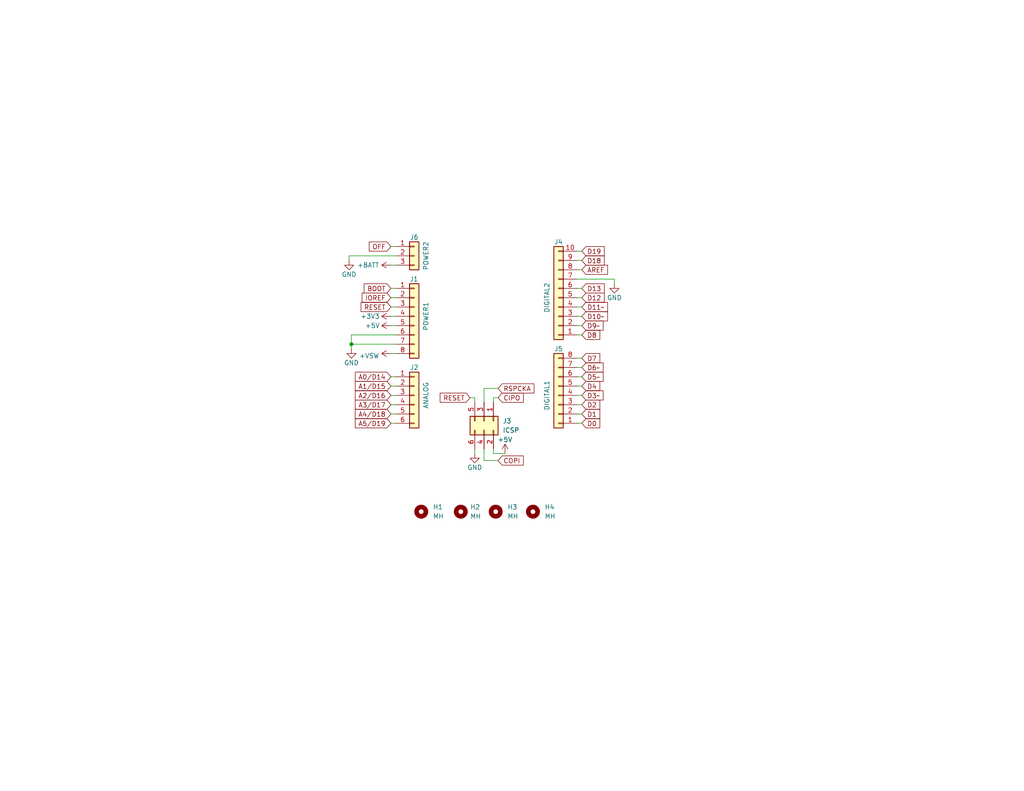
<source format=kicad_sch>
(kicad_sch (version 20230121) (generator eeschema)
  (paper "USLetter")
  (title_block (title "Arduino UNO R4 Shield Template") (date "2023-08-26") (rev "1A") (company "miekush"))
  (lib_symbols
    (symbol "Connector_Generic:Conn_01x03" (pin_names (offset 1.016) hide)
      (property "Reference" "J" (at 0 5.08 0))
      (property "Value" "Conn_01x03" (at 0 -5.08 0))
      (symbol "Conn_01x03_1_1"
        (rectangle (start -1.27 -2.413) (end 0 -2.667) (stroke (width 0.1524)))
        (rectangle (start -1.27 0.127) (end 0 -0.127) (stroke (width 0.1524)))
        (rectangle (start -1.27 2.667) (end 0 2.413) (stroke (width 0.1524)))
        (rectangle (start -1.27 3.81) (end 1.27 -3.81) (stroke (width 0.254)) (fill (type background)))
        (pin passive line (at -5.08 2.54 0) (length 3.81) (name "Pin_1") (number "1"))
        (pin passive line (at -5.08 0 0) (length 3.81) (name "Pin_2") (number "2"))
        (pin passive line (at -5.08 -2.54 0) (length 3.81) (name "Pin_3") (number "3"))
      )
    )
    (symbol "Connector_Generic:Conn_01x06" (pin_names (offset 1.016) hide)
      (property "Reference" "J" (at 0 7.62 0))
      (property "Value" "Conn_01x06" (at 0 -10.16 0))
      (symbol "Conn_01x06_1_1"
        (rectangle (start -1.27 -7.493) (end 0 -7.747) (stroke (width 0.1524)))
        (rectangle (start -1.27 -4.953) (end 0 -5.207) (stroke (width 0.1524)))
        (rectangle (start -1.27 -2.413) (end 0 -2.667) (stroke (width 0.1524)))
        (rectangle (start -1.27 0.127) (end 0 -0.127) (stroke (width 0.1524)))
        (rectangle (start -1.27 2.667) (end 0 2.413) (stroke (width 0.1524)))
        (rectangle (start -1.27 5.207) (end 0 4.953) (stroke (width 0.1524)))
        (rectangle (start -1.27 6.35) (end 1.27 -8.89) (stroke (width 0.254)) (fill (type background)))
        (pin passive line (at -5.08 5.08 0) (length 3.81) (name "Pin_1") (number "1"))
        (pin passive line (at -5.08 2.54 0) (length 3.81) (name "Pin_2") (number "2"))
        (pin passive line (at -5.08 0 0) (length 3.81) (name "Pin_3") (number "3"))
        (pin passive line (at -5.08 -2.54 0) (length 3.81) (name "Pin_4") (number "4"))
        (pin passive line (at -5.08 -5.08 0) (length 3.81) (name "Pin_5") (number "5"))
        (pin passive line (at -5.08 -7.62 0) (length 3.81) (name "Pin_6") (number "6"))
      )
    )
    (symbol "Connector_Generic:Conn_01x08" (pin_names (offset 1.016) hide)
      (property "Reference" "J" (at 0 10.16 0))
      (property "Value" "Conn_01x08" (at 0 -12.7 0))
      (symbol "Conn_01x08_1_1"
        (rectangle (start -1.27 -10.033) (end 0 -10.287) (stroke (width 0.1524)))
        (rectangle (start -1.27 -7.493) (end 0 -7.747) (stroke (width 0.1524)))
        (rectangle (start -1.27 -4.953) (end 0 -5.207) (stroke (width 0.1524)))
        (rectangle (start -1.27 -2.413) (end 0 -2.667) (stroke (width 0.1524)))
        (rectangle (start -1.27 0.127) (end 0 -0.127) (stroke (width 0.1524)))
        (rectangle (start -1.27 2.667) (end 0 2.413) (stroke (width 0.1524)))
        (rectangle (start -1.27 5.207) (end 0 4.953) (stroke (width 0.1524)))
        (rectangle (start -1.27 7.747) (end 0 7.493) (stroke (width 0.1524)))
        (rectangle (start -1.27 8.89) (end 1.27 -11.43) (stroke (width 0.254)) (fill (type background)))
        (pin passive line (at -5.08 7.62 0) (length 3.81) (name "Pin_1") (number "1"))
        (pin passive line (at -5.08 5.08 0) (length 3.81) (name "Pin_2") (number "2"))
        (pin passive line (at -5.08 2.54 0) (length 3.81) (name "Pin_3") (number "3"))
        (pin passive line (at -5.08 0 0) (length 3.81) (name "Pin_4") (number "4"))
        (pin passive line (at -5.08 -2.54 0) (length 3.81) (name "Pin_5") (number "5"))
        (pin passive line (at -5.08 -5.08 0) (length 3.81) (name "Pin_6") (number "6"))
        (pin passive line (at -5.08 -7.62 0) (length 3.81) (name "Pin_7") (number "7"))
        (pin passive line (at -5.08 -10.16 0) (length 3.81) (name "Pin_8") (number "8"))
      )
    )
    (symbol "Connector_Generic:Conn_01x10" (pin_names (offset 1.016) hide)
      (property "Reference" "J" (at 0 12.7 0))
      (property "Value" "Conn_01x10" (at 0 -15.24 0))
      (symbol "Conn_01x10_1_1"
        (rectangle (start -1.27 -12.573) (end 0 -12.827) (stroke (width 0.1524)))
        (rectangle (start -1.27 -10.033) (end 0 -10.287) (stroke (width 0.1524)))
        (rectangle (start -1.27 -7.493) (end 0 -7.747) (stroke (width 0.1524)))
        (rectangle (start -1.27 -4.953) (end 0 -5.207) (stroke (width 0.1524)))
        (rectangle (start -1.27 -2.413) (end 0 -2.667) (stroke (width 0.1524)))
        (rectangle (start -1.27 0.127) (end 0 -0.127) (stroke (width 0.1524)))
        (rectangle (start -1.27 2.667) (end 0 2.413) (stroke (width 0.1524)))
        (rectangle (start -1.27 5.207) (end 0 4.953) (stroke (width 0.1524)))
        (rectangle (start -1.27 7.747) (end 0 7.493) (stroke (width 0.1524)))
        (rectangle (start -1.27 10.287) (end 0 10.033) (stroke (width 0.1524)))
        (rectangle (start -1.27 11.43) (end 1.27 -13.97) (stroke (width 0.254)) (fill (type background)))
        (pin passive line (at -5.08 10.16 0) (length 3.81) (name "Pin_1") (number "1"))
        (pin passive line (at -5.08 -12.7 0) (length 3.81) (name "Pin_10") (number "10"))
        (pin passive line (at -5.08 7.62 0) (length 3.81) (name "Pin_2") (number "2"))
        (pin passive line (at -5.08 5.08 0) (length 3.81) (name "Pin_3") (number "3"))
        (pin passive line (at -5.08 2.54 0) (length 3.81) (name "Pin_4") (number "4"))
        (pin passive line (at -5.08 0 0) (length 3.81) (name "Pin_5") (number "5"))
        (pin passive line (at -5.08 -2.54 0) (length 3.81) (name "Pin_6") (number "6"))
        (pin passive line (at -5.08 -5.08 0) (length 3.81) (name "Pin_7") (number "7"))
        (pin passive line (at -5.08 -7.62 0) (length 3.81) (name "Pin_8") (number "8"))
        (pin passive line (at -5.08 -10.16 0) (length 3.81) (name "Pin_9") (number "9"))
      )
    )
    (symbol "Connector_Generic:Conn_02x03_Odd_Even" (pin_names (offset 1.016) hide)
      (property "Reference" "J" (at 1.27 5.08 0))
      (property "Value" "Conn_02x03_Odd_Even" (at 1.27 -5.08 0))
      (symbol "Conn_02x03_Odd_Even_1_1"
        (rectangle (start -1.27 -2.413) (end 0 -2.667) (stroke (width 0.1524)))
        (rectangle (start -1.27 0.127) (end 0 -0.127) (stroke (width 0.1524)))
        (rectangle (start -1.27 2.667) (end 0 2.413) (stroke (width 0.1524)))
        (rectangle (start -1.27 3.81) (end 3.81 -3.81) (stroke (width 0.254)) (fill (type background)))
        (rectangle (start 3.81 -2.413) (end 2.54 -2.667) (stroke (width 0.1524)))
        (rectangle (start 3.81 0.127) (end 2.54 -0.127) (stroke (width 0.1524)))
        (rectangle (start 3.81 2.667) (end 2.54 2.413) (stroke (width 0.1524)))
        (pin passive line (at -5.08 2.54 0) (length 3.81) (name "Pin_1") (number "1"))
        (pin passive line (at 7.62 2.54 180) (length 3.81) (name "Pin_2") (number "2"))
        (pin passive line (at -5.08 0 0) (length 3.81) (name "Pin_3") (number "3"))
        (pin passive line (at 7.62 0 180) (length 3.81) (name "Pin_4") (number "4"))
        (pin passive line (at -5.08 -2.54 0) (length 3.81) (name "Pin_5") (number "5"))
        (pin passive line (at 7.62 -2.54 180) (length 3.81) (name "Pin_6") (number "6"))
      )
    )
    (symbol "Mechanical:MountingHole" (pin_names (offset 1.016))
      (property "Reference" "H" (at 0 5.08 0))
      (property "Value" "MountingHole" (at 0 3.175 0))
      (symbol "MountingHole_0_1"
        (circle (center 0 0) (radius 1.27) (stroke (width 1.27)))
      )
    )
    (symbol "power:+3.3V" (power) (pin_names (offset 0))
      (property "Value" "+3.3V" (at 0 3.556 0))
      (symbol "+3.3V_0_1"
        (polyline (pts (xy -0.762 1.27) (xy 0 2.54)))
        (polyline (pts (xy 0 0) (xy 0 2.54)))
        (polyline (pts (xy 0 2.54) (xy 0.762 1.27)))
      )
      (symbol "+3.3V_1_1"
        (pin power_in line (at 0 0 90) (length 0) hide (name "+3V3") (number "1"))
      )
    )
    (symbol "power:+5V" (power) (pin_names (offset 0))
      (property "Value" "+5V" (at 0 3.556 0))
      (symbol "+5V_0_1"
        (polyline (pts (xy -0.762 1.27) (xy 0 2.54)))
        (polyline (pts (xy 0 0) (xy 0 2.54)))
        (polyline (pts (xy 0 2.54) (xy 0.762 1.27)))
      )
      (symbol "+5V_1_1"
        (pin power_in line (at 0 0 90) (length 0) hide (name "+5V") (number "1"))
      )
    )
    (symbol "power:+BATT" (power) (pin_names (offset 0))
      (property "Value" "+BATT" (at 0 3.556 0))
      (symbol "+BATT_0_1"
        (polyline (pts (xy -0.762 1.27) (xy 0 2.54)))
        (polyline (pts (xy 0 0) (xy 0 2.54)))
        (polyline (pts (xy 0 2.54) (xy 0.762 1.27)))
      )
      (symbol "+BATT_1_1"
        (pin power_in line (at 0 0 90) (length 0) hide (name "+BATT") (number "1"))
      )
    )
    (symbol "power:+VSW" (power) (pin_names (offset 0))
      (property "Value" "+VSW" (at 0 3.556 0))
      (symbol "+VSW_0_1"
        (polyline (pts (xy -0.762 1.27) (xy 0 2.54)))
        (polyline (pts (xy 0 0) (xy 0 2.54)))
        (polyline (pts (xy 0 2.54) (xy 0.762 1.27)))
      )
      (symbol "+VSW_1_1"
        (pin power_in line (at 0 0 90) (length 0) hide (name "+VSW") (number "1"))
      )
    )
    (symbol "power:GND" (power) (pin_names (offset 0))
      (property "Value" "GND" (at 0 -3.81 0))
      (symbol "GND_0_1"
        (polyline (pts (xy 0 0) (xy 0 -1.27) (xy 1.27 -1.27) (xy 0 -2.54) (xy -1.27 -1.27) (xy 0 -1.27)))
      )
      (symbol "GND_1_1"
        (pin power_in line (at 0 0 270) (length 0) hide (name "GND") (number "1"))
      )
    )
  )
  (junction (at 95.885 93.98))
  (wire (pts (xy 106.68 88.9) (xy 107.95 88.9)))
  (wire (pts (xy 158.75 88.9) (xy 157.48 88.9)))
  (wire (pts (xy 167.64 76.2) (xy 167.64 77.47)))
  (wire (pts (xy 106.68 113.03) (xy 107.95 113.03)))
  (wire (pts (xy 129.54 108.585) (xy 129.54 109.855)))
  (wire (pts (xy 158.75 91.44) (xy 157.48 91.44)))
  (wire (pts (xy 95.885 93.98) (xy 107.95 93.98)))
  (wire (pts (xy 106.68 83.82) (xy 107.95 83.82)))
  (wire (pts (xy 157.48 97.79) (xy 158.75 97.79)))
  (wire (pts (xy 132.08 106.045) (xy 135.89 106.045)))
  (wire (pts (xy 106.68 67.31) (xy 107.95 67.31)))
  (wire (pts (xy 158.75 86.36) (xy 157.48 86.36)))
  (wire (pts (xy 106.68 115.57) (xy 107.95 115.57)))
  (wire (pts (xy 106.68 72.39) (xy 107.95 72.39)))
  (wire (pts (xy 95.885 91.44) (xy 95.885 93.98)))
  (wire (pts (xy 157.48 107.95) (xy 158.75 107.95)))
  (wire (pts (xy 158.75 83.82) (xy 157.48 83.82)))
  (wire (pts (xy 135.89 108.585) (xy 134.62 108.585)))
  (wire (pts (xy 95.25 71.12) (xy 95.25 69.85)))
  (wire (pts (xy 106.68 105.41) (xy 107.95 105.41)))
  (wire (pts (xy 95.885 93.98) (xy 95.885 95.25)))
  (wire (pts (xy 95.25 69.85) (xy 107.95 69.85)))
  (wire (pts (xy 157.48 113.03) (xy 158.75 113.03)))
  (wire (pts (xy 106.68 78.74) (xy 107.95 78.74)))
  (wire (pts (xy 106.68 102.87) (xy 107.95 102.87)))
  (wire (pts (xy 106.68 107.95) (xy 107.95 107.95)))
  (wire (pts (xy 106.68 81.28) (xy 107.95 81.28)))
  (wire (pts (xy 157.48 102.87) (xy 158.75 102.87)))
  (wire (pts (xy 157.48 105.41) (xy 158.75 105.41)))
  (wire (pts (xy 157.48 71.12) (xy 158.75 71.12)))
  (wire (pts (xy 158.75 78.74) (xy 157.48 78.74)))
  (wire (pts (xy 134.62 108.585) (xy 134.62 109.855)))
  (wire (pts (xy 106.68 96.52) (xy 107.95 96.52)))
  (wire (pts (xy 128.27 108.585) (xy 129.54 108.585)))
  (wire (pts (xy 134.62 123.825) (xy 137.795 123.825)))
  (wire (pts (xy 158.75 81.28) (xy 157.48 81.28)))
  (wire (pts (xy 157.48 110.49) (xy 158.75 110.49)))
  (wire (pts (xy 134.62 122.555) (xy 134.62 123.825)))
  (wire (pts (xy 106.68 110.49) (xy 107.95 110.49)))
  (wire (pts (xy 132.08 109.855) (xy 132.08 106.045)))
  (wire (pts (xy 157.48 68.58) (xy 158.75 68.58)))
  (wire (pts (xy 157.48 73.66) (xy 158.75 73.66)))
  (wire (pts (xy 107.95 91.44) (xy 95.885 91.44)))
  (wire (pts (xy 132.08 125.73) (xy 135.89 125.73)))
  (wire (pts (xy 106.68 86.36) (xy 107.95 86.36)))
  (wire (pts (xy 157.48 115.57) (xy 158.75 115.57)))
  (wire (pts (xy 157.48 76.2) (xy 167.64 76.2)))
  (wire (pts (xy 157.48 100.33) (xy 158.75 100.33)))
  (wire (pts (xy 129.54 122.555) (xy 129.54 123.825)))
  (wire (pts (xy 132.08 122.555) (xy 132.08 125.73)))
  (global_label "BOOT" (shape input) (at 106.68 78.74 180) (property "Intersheetrefs" "${INTERSHEET_REFS}" (effects hide)))
  (global_label "D12" (shape input) (at 158.75 81.28 0) (property "Intersheetrefs" "${INTERSHEET_REFS}" (effects hide)))
  (global_label "D19" (shape input) (at 158.75 68.58 0) (property "Intersheetrefs" "${INTERSHEET_REFS}" (effects hide)))
  (global_label "IOREF" (shape input) (at 106.68 81.28 180) (property "Intersheetrefs" "${INTERSHEET_REFS}" (effects hide)))
  (global_label "D13" (shape input) (at 158.75 78.74 0) (property "Intersheetrefs" "${INTERSHEET_REFS}" (effects hide)))
  (global_label "D7" (shape input) (at 158.75 97.79 0) (property "Intersheetrefs" "${INTERSHEET_REFS}" (effects hide)))
  (global_label "D8" (shape input) (at 158.75 91.44 0) (property "Intersheetrefs" "${INTERSHEET_REFS}" (effects hide)))
  (global_label "AREF" (shape input) (at 158.75 73.66 0) (property "Intersheetrefs" "${INTERSHEET_REFS}" (effects hide)))
  (global_label "RSPCKA" (shape input) (at 135.89 106.045 0) (property "Intersheetrefs" "${INTERSHEET_REFS}" (effects hide)))
  (global_label "A0{slash}D14" (shape input) (at 106.68 102.87 180) (property "Intersheetrefs" "${INTERSHEET_REFS}" (effects hide)))
  (global_label "D4" (shape input) (at 158.75 105.41 0) (property "Intersheetrefs" "${INTERSHEET_REFS}" (effects hide)))
  (global_label "CIPO" (shape input) (at 135.89 108.585 0) (property "Intersheetrefs" "${INTERSHEET_REFS}" (effects hide)))
  (global_label "A1{slash}D15" (shape input) (at 106.68 105.41 180) (property "Intersheetrefs" "${INTERSHEET_REFS}" (effects hide)))
  (global_label "A4{slash}D18" (shape input) (at 106.68 113.03 180) (property "Intersheetrefs" "${INTERSHEET_REFS}" (effects hide)))
  (global_label "D5~" (shape input) (at 158.75 102.87 0) (property "Intersheetrefs" "${INTERSHEET_REFS}" (effects hide)))
  (global_label "A3{slash}D17" (shape input) (at 106.68 110.49 180) (property "Intersheetrefs" "${INTERSHEET_REFS}" (effects hide)))
  (global_label "A2{slash}D16" (shape input) (at 106.68 107.95 180) (property "Intersheetrefs" "${INTERSHEET_REFS}" (effects hide)))
  (global_label "D2" (shape input) (at 158.75 110.49 0) (property "Intersheetrefs" "${INTERSHEET_REFS}" (effects hide)))
  (global_label "COPI" (shape input) (at 135.89 125.73 0) (property "Intersheetrefs" "${INTERSHEET_REFS}" (effects hide)))
  (global_label "D6~" (shape input) (at 158.75 100.33 0) (property "Intersheetrefs" "${INTERSHEET_REFS}" (effects hide)))
  (global_label "D18" (shape input) (at 158.75 71.12 0) (property "Intersheetrefs" "${INTERSHEET_REFS}" (effects hide)))
  (global_label "D1" (shape input) (at 158.75 113.03 0) (property "Intersheetrefs" "${INTERSHEET_REFS}" (effects hide)))
  (global_label "RESET" (shape input) (at 106.68 83.82 180) (property "Intersheetrefs" "${INTERSHEET_REFS}" (effects hide)))
  (global_label "OFF" (shape input) (at 106.68 67.31 180) (property "Intersheetrefs" "${INTERSHEET_REFS}" (effects hide)))
  (global_label "D10~" (shape input) (at 158.75 86.36 0) (property "Intersheetrefs" "${INTERSHEET_REFS}" (effects hide)))
  (global_label "D11~" (shape input) (at 158.75 83.82 0) (property "Intersheetrefs" "${INTERSHEET_REFS}" (effects hide)))
  (global_label "A5{slash}D19" (shape input) (at 106.68 115.57 180) (property "Intersheetrefs" "${INTERSHEET_REFS}" (effects hide)))
  (global_label "D0" (shape input) (at 158.75 115.57 0) (property "Intersheetrefs" "${INTERSHEET_REFS}" (effects hide)))
  (global_label "D9~" (shape input) (at 158.75 88.9 0) (property "Intersheetrefs" "${INTERSHEET_REFS}" (effects hide)))
  (global_label "RESET" (shape input) (at 128.27 108.585 180) (property "Intersheetrefs" "${INTERSHEET_REFS}" (effects hide)))
  (global_label "D3~" (shape input) (at 158.75 107.95 0) (property "Intersheetrefs" "${INTERSHEET_REFS}" (effects hide)))
  (symbol (lib_id "power:+5V") (at 106.68 88.9 90) (unit 1)
    (property "Reference" "#PWR04" (effects hide))
    (property "Value" "+5V" (at 101.6 88.9 90))
  )
  (symbol (lib_id "power:+5V") (at 137.795 123.825 0) (unit 1)
    (property "Reference" "#PWR05" (effects hide))
    (property "Value" "+5V" (at 137.795 120.015 0))
  )
  (symbol (lib_id "Connector_Generic:Conn_01x08") (at 152.4 107.95 180) (unit 1)
    (property "Reference" "J5" (at 152.4 95.25 0))
    (property "Value" "DIGITAL1" (at 149.225 107.95 90))
    (property "Footprint" "Connector_PinHeader_2.54mm:PinHeader_1x08_P2.54mm_Vertical" (effects hide))
  )
  (symbol (lib_id "Mechanical:MountingHole") (at 114.935 139.7 0) (unit 1)
    (property "Reference" "H1" (at 118.11 138.4299 0) (effects (justify left)))
    (property "Value" "MH" (at 118.11 140.9699 0) (effects (justify left)))
    (property "Footprint" "MountingHole:MountingHole_3.2mm_M3" (effects hide))
  )
  (symbol (lib_id "power:GND") (at 95.25 71.12 0) (unit 1)
    (property "Reference" "#PWR09" (effects hide))
    (property "Value" "GND" (at 95.25 74.93 0))
  )
  (symbol (lib_id "power:GND") (at 95.885 95.25 0) (unit 1)
    (property "Reference" "#PWR01" (effects hide))
    (property "Value" "GND" (at 95.885 99.06 0))
  )
  (symbol (lib_id "Mechanical:MountingHole") (at 145.415 139.7 0) (unit 1)
    (property "Reference" "H4" (at 148.59 138.4299 0) (effects (justify left)))
    (property "Value" "MH" (at 148.59 140.9699 0) (effects (justify left)))
    (property "Footprint" "MountingHole:MountingHole_3.2mm_M3" (effects hide))
  )
  (symbol (lib_id "Connector_Generic:Conn_01x08") (at 113.03 86.36 0) (unit 1)
    (property "Reference" "J1" (at 111.76 76.2 0) (effects (justify left)))
    (property "Value" "POWER1" (at 116.205 86.36 90))
    (property "Footprint" "Connector_PinHeader_2.54mm:PinHeader_1x08_P2.54mm_Vertical" (effects hide))
  )
  (symbol (lib_id "power:GND") (at 167.64 77.47 0) (unit 1)
    (property "Reference" "#PWR07" (effects hide))
    (property "Value" "GND" (at 167.64 81.28 0))
  )
  (symbol (lib_id "power:GND") (at 129.54 123.825 0) (unit 1)
    (property "Reference" "#PWR06" (effects hide))
    (property "Value" "GND" (at 129.54 127.635 0))
  )
  (symbol (lib_id "Mechanical:MountingHole") (at 125.73 139.7 0) (unit 1)
    (property "Reference" "H2" (at 128.27 138.4299 0) (effects (justify left)))
    (property "Value" "MH" (at 128.27 140.9699 0) (effects (justify left)))
    (property "Footprint" "MountingHole:MountingHole_3.2mm_M3" (effects hide))
  )
  (symbol (lib_id "power:+VSW") (at 106.68 96.52 90) (unit 1)
    (property "Reference" "#PWR02" (effects hide))
    (property "Value" "+VSW" (at 103.505 97.155 90) (effects (justify left)))
  )
  (symbol (lib_id "Connector_Generic:Conn_02x03_Odd_Even") (at 132.08 114.935 270) (unit 1)
    (property "Reference" "J3" (at 137.16 114.935 90) (effects (justify left)))
    (property "Value" "ICSP" (at 137.16 117.475 90) (effects (justify left)))
    (property "Footprint" "Connector_PinSocket_2.54mm:PinSocket_2x03_P2.54mm_Vertical" (effects hide))
  )
  (symbol (lib_id "power:+3.3V") (at 106.68 86.36 90) (unit 1)
    (property "Reference" "#PWR03" (effects hide))
    (property "Value" "+3.3V" (at 100.965 86.36 90))
  )
  (symbol (lib_id "Connector_Generic:Conn_01x10") (at 152.4 81.28 180) (unit 1)
    (property "Reference" "J4" (at 152.4 66.04 0))
    (property "Value" "DIGITAL2" (at 149.225 81.28 90))
    (property "Footprint" "Connector_PinHeader_2.54mm:PinHeader_1x10_P2.54mm_Vertical" (effects hide))
  )
  (symbol (lib_id "Mechanical:MountingHole") (at 135.255 139.7 0) (unit 1)
    (property "Reference" "H3" (at 138.43 138.4299 0) (effects (justify left)))
    (property "Value" "MH" (at 138.43 140.9699 0) (effects (justify left)))
    (property "Footprint" "MountingHole:MountingHole_3.2mm_M3" (effects hide))
  )
  (symbol (lib_id "power:+BATT") (at 106.68 72.39 90) (unit 1)
    (property "Reference" "#PWR08" (effects hide))
    (property "Value" "+BATT" (at 103.505 72.39 90) (effects (justify left)))
  )
  (symbol (lib_id "Connector_Generic:Conn_01x03") (at 113.03 69.85 0) (unit 1)
    (property "Reference" "J6" (at 113.03 64.77 0))
    (property "Value" "POWER2" (at 116.205 69.85 90))
    (property "Footprint" "Connector_PinSocket_2.54mm:PinSocket_1x03_P2.54mm_Vertical" (effects hide))
  )
  (symbol (lib_id "Connector_Generic:Conn_01x06") (at 113.03 107.95 0) (unit 1)
    (property "Reference" "J2" (at 113.03 100.33 0))
    (property "Value" "ANALOG" (at 116.205 107.95 90))
    (property "Footprint" "Connector_PinHeader_2.54mm:PinHeader_1x06_P2.54mm_Vertical" (effects hide))
  )
)
</source>
